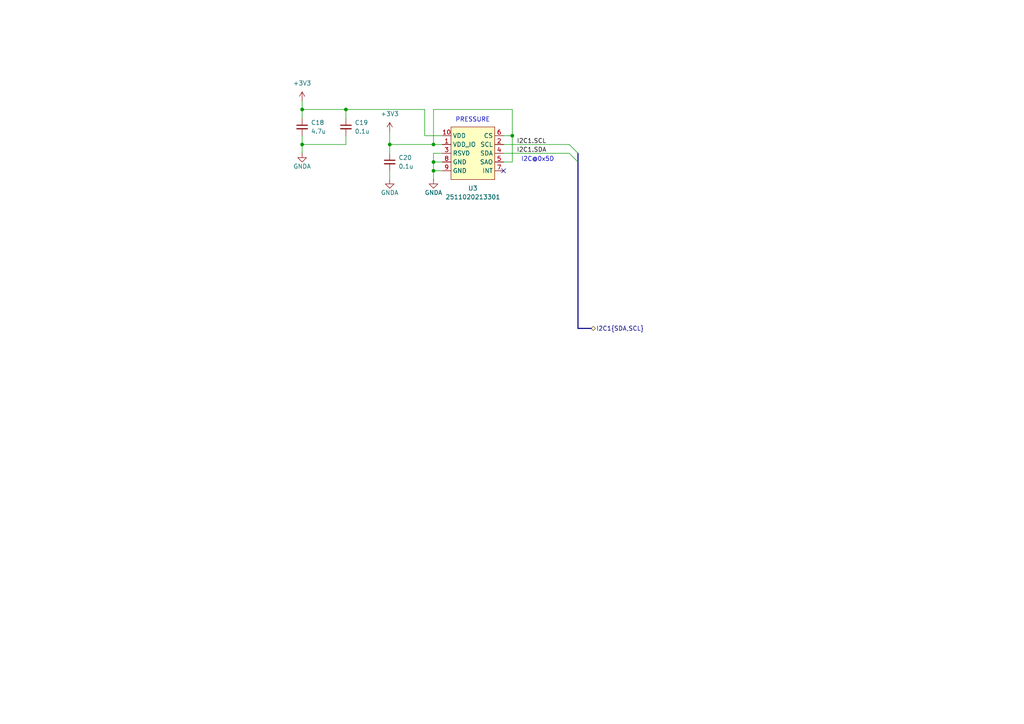
<source format=kicad_sch>
(kicad_sch (version 20250114) (generator "eeschema") (generator_version "9.0")
  (paper "A4")
  (title_block (date "2025-07-11") (rev "V1.0") (company "Taipei Tech Racing") (comment 1 "design by Chen"))
  (lib_symbols
    (symbol "Device:C_Small" (pin_numbers (hide yes)) (pin_names (offset 0.254) (hide yes))
      (property "Reference" "C" (at 0.254 1.778 0))
      (property "Value" "C_Small" (at 0.254 -2.032 0))
      (symbol "C_Small_0_1"
        (polyline (pts (xy -1.524 0.508) (xy 1.524 0.508)) (stroke (width 0.3048)))
        (polyline (pts (xy -1.524 -0.508) (xy 1.524 -0.508)) (stroke (width 0.3302)))
      )
      (symbol "C_Small_1_1"
        (pin passive line (at 0 2.54 270) (length 2.032) (name "~") (number "1"))
        (pin passive line (at 0 -2.54 90) (length 2.032) (name "~") (number "2"))
      )
    )
    (symbol "TTR:2511020213301"
      (property "Reference" "U" (at 0 11.43 0))
      (property "Value" "2511020213301" (at 0 8.89 0))
      (symbol "2511020213301_0_0"
        (pin power_in line (at -8.89 5.08 0) (length 2.54) (name "VDD") (number "10"))
        (pin power_in line (at -8.89 2.54 0) (length 2.54) (name "VDD_IO") (number "1"))
        (pin input line (at -8.89 0 0) (length 2.54) (name "RSVD") (number "3"))
        (pin input line (at -8.89 -2.54 0) (length 2.54) (name "GND") (number "8"))
        (pin input line (at -8.89 -5.08 0) (length 2.54) (name "GND") (number "9"))
        (pin input line (at 8.89 5.08 180) (length 2.54) (name "CS") (number "6"))
        (pin input line (at 8.89 2.54 180) (length 2.54) (name "SCL") (number "2"))
        (pin bidirectional line (at 8.89 0 180) (length 2.54) (name "SDA") (number "4"))
        (pin bidirectional line (at 8.89 -2.54 180) (length 2.54) (name "SAO") (number "5"))
        (pin bidirectional line (at 8.89 -5.08 180) (length 2.54) (name "INT") (number "7"))
      )
      (symbol "2511020213301_1_1"
        (rectangle (start -6.35 7.62) (end 6.35 -7.62) (fill (type background)))
      )
    )
    (symbol "power:+3V3" (power) (pin_numbers (hide yes)) (pin_names (offset 0) (hide yes))
      (property "Value" "+3V3" (at 0 3.556 0))
      (symbol "+3V3_0_1"
        (polyline (pts (xy -0.762 1.27) (xy 0 2.54)))
        (polyline (pts (xy 0 2.54) (xy 0.762 1.27)))
        (polyline (pts (xy 0 0) (xy 0 2.54)))
      )
      (symbol "+3V3_1_1"
        (pin power_in line (at 0 0 90) (length 0) (name "~") (number "1"))
      )
    )
    (symbol "power:GNDA" (power) (pin_numbers (hide yes)) (pin_names (offset 0) (hide yes))
      (property "Value" "GNDA" (at 0 -3.81 0))
      (symbol "GNDA_0_1"
        (polyline (pts (xy 0 0) (xy 0 -1.27) (xy 1.27 -1.27) (xy 0 -2.54) (xy -1.27 -1.27) (xy 0 -1.27)))
      )
      (symbol "GNDA_1_1"
        (pin power_in line (at 0 0 270) (length 0) (name "~") (number "1"))
      )
    )
  )
  (text "PRESSURE" (at 132.08 35.56 0) (effects (font (size 1.27 1.27)) (justify left bottom)))
  (text "I2C@0x5D" (at 151.13 46.99 0) (effects (font (size 1.27 1.27)) (justify left bottom)))
  (junction (at 125.73 46.99))
  (junction (at 125.73 49.53))
  (junction (at 100.33 31.75))
  (junction (at 125.73 41.91))
  (junction (at 87.63 31.75))
  (junction (at 87.63 41.91))
  (junction (at 113.03 41.91))
  (junction (at 148.59 39.37))
  (no_connect (at 146.05 49.53))
  (bus_entry (at 165.1 44.45) (size 2.54 2.54))
  (bus_entry (at 165.1 41.91) (size 2.54 2.54))
  (wire (pts (xy 87.63 41.91) (xy 87.63 44.45)))
  (wire (pts (xy 100.33 41.91) (xy 100.33 39.37)))
  (wire (pts (xy 113.03 38.1) (xy 113.03 41.91)))
  (wire (pts (xy 87.63 29.21) (xy 87.63 31.75)))
  (wire (pts (xy 100.33 31.75) (xy 100.33 34.29)))
  (wire (pts (xy 113.03 41.91) (xy 113.03 44.45)))
  (wire (pts (xy 146.05 46.99) (xy 148.59 46.99)))
  (wire (pts (xy 125.73 41.91) (xy 125.73 31.75)))
  (wire (pts (xy 128.27 44.45) (xy 125.73 44.45)))
  (bus (pts (xy 167.64 44.45) (xy 167.64 46.99)))
  (wire (pts (xy 125.73 31.75) (xy 148.59 31.75)))
  (wire (pts (xy 123.19 39.37) (xy 123.19 31.75)))
  (wire (pts (xy 125.73 46.99) (xy 125.73 49.53)))
  (wire (pts (xy 87.63 41.91) (xy 100.33 41.91)))
  (wire (pts (xy 148.59 31.75) (xy 148.59 39.37)))
  (wire (pts (xy 87.63 34.29) (xy 87.63 31.75)))
  (wire (pts (xy 148.59 46.99) (xy 148.59 39.37)))
  (wire (pts (xy 113.03 49.53) (xy 113.03 52.07)))
  (wire (pts (xy 128.27 41.91) (xy 125.73 41.91)))
  (wire (pts (xy 87.63 39.37) (xy 87.63 41.91)))
  (wire (pts (xy 148.59 39.37) (xy 146.05 39.37)))
  (wire (pts (xy 123.19 31.75) (xy 100.33 31.75)))
  (wire (pts (xy 87.63 31.75) (xy 100.33 31.75)))
  (wire (pts (xy 146.05 44.45) (xy 165.1 44.45)))
  (bus (pts (xy 171.45 95.25) (xy 167.64 95.25)))
  (wire (pts (xy 125.73 49.53) (xy 128.27 49.53)))
  (wire (pts (xy 125.73 49.53) (xy 125.73 52.07)))
  (wire (pts (xy 128.27 39.37) (xy 123.19 39.37)))
  (bus (pts (xy 167.64 95.25) (xy 167.64 46.99)))
  (wire (pts (xy 146.05 41.91) (xy 165.1 41.91)))
  (wire (pts (xy 125.73 46.99) (xy 128.27 46.99)))
  (wire (pts (xy 113.03 41.91) (xy 125.73 41.91)))
  (wire (pts (xy 125.73 44.45) (xy 125.73 46.99)))
  (label "I2C1.SCL" (at 149.86 41.91 0))
  (label "I2C1.SDA" (at 149.86 44.45 0))
  (hierarchical_label "I2C1{SDA,SCL}" (shape bidirectional) (at 171.45 95.25 0))
  (symbol (lib_id "power:+3V3") (at 87.63 29.21 0) (unit 1)
    (property "Reference" "#PWR022" (effects (hide yes)))
    (property "Value" "+3V3" (at 87.63 24.13 0))
    (property "Description" "Power symbol creates a global label with name \"+3V3\"" (effects (hide yes)))
  )
  (symbol (lib_id "TTR:2511020213301") (at 137.16 44.45 0) (unit 1)
    (property "Reference" "U3" (at 137.16 54.61 0))
    (property "Value" "2511020213301" (at 137.16 57.15 0))
    (property "Footprint" "TTR:2511020213301" (effects (hide yes)))
    (property "Datasheet" "https://www.we-online.com/components/products/manual/2511020213301_WSEN-PADS%202511020213301%20Manual_rev2.2.pdf" (effects (hide yes)))
    (property "Description" "WSEN-PADS Absolute Pressure Sensor" (effects (hide yes)))
    (property "WE" "2511020213301" (effects (hide yes)))
  )
  (symbol (lib_id "power:+3V3") (at 113.03 38.1 0) (unit 1)
    (property "Reference" "#PWR024" (effects (hide yes)))
    (property "Value" "+3V3" (at 113.03 33.02 0))
    (property "Description" "Power symbol creates a global label with name \"+3V3\"" (effects (hide yes)))
  )
  (symbol (lib_id "Device:C_Small") (at 113.03 46.99 0) (unit 1)
    (property "Reference" "C20" (at 115.57 45.7262 0) (effects (justify left)))
    (property "Value" "0.1u" (at 115.57 48.2662 0) (effects (justify left)))
    (property "Footprint" "Capacitor_SMD:C_0603_1608Metric" (effects (hide yes)))
    (property "Description" "Unpolarized capacitor, small symbol" (effects (hide yes)))
    (property "MOUSER" "80-C0603C104J3REAULR" (effects (hide yes)))
  )
  (symbol (lib_id "power:GNDA") (at 87.63 44.45 0) (unit 1)
    (property "Reference" "#PWR023" (effects (hide yes)))
    (property "Value" "GNDA" (at 87.63 48.26 0))
    (property "Description" "Power symbol creates a global label with name \"GNDA\" , analog ground" (effects (hide yes)))
  )
  (symbol (lib_id "Device:C_Small") (at 100.33 36.83 0) (unit 1)
    (property "Reference" "C19" (at 102.87 35.5662 0) (effects (justify left)))
    (property "Value" "0.1u" (at 102.87 38.1062 0) (effects (justify left)))
    (property "Footprint" "Capacitor_SMD:C_0603_1608Metric" (effects (hide yes)))
    (property "Description" "Unpolarized capacitor, small symbol" (effects (hide yes)))
    (property "MOUSER" "80-C0603C104J3REAULR" (effects (hide yes)))
  )
  (symbol (lib_id "power:GNDA") (at 125.73 52.07 0) (unit 1)
    (property "Reference" "#PWR026" (effects (hide yes)))
    (property "Value" "GNDA" (at 125.73 55.88 0))
    (property "Description" "Power symbol creates a global label with name \"GNDA\" , analog ground" (effects (hide yes)))
  )
  (symbol (lib_id "Device:C_Small") (at 87.63 36.83 0) (unit 1)
    (property "Reference" "C18" (at 90.17 35.56 0) (effects (justify left)))
    (property "Value" "4.7u" (at 90.17 38.1063 0) (effects (justify left)))
    (property "Footprint" "Capacitor_SMD:C_0603_1608Metric" (effects (hide yes)))
    (property "Description" "Unpolarized capacitor, small symbol" (effects (hide yes)))
    (property "MOUSER" "80-C0603C475K8P" (effects (hide yes)))
  )
  (symbol (lib_id "power:GNDA") (at 113.03 52.07 0) (unit 1)
    (property "Reference" "#PWR025" (effects (hide yes)))
    (property "Value" "GNDA" (at 113.03 55.88 0))
    (property "Description" "Power symbol creates a global label with name \"GNDA\" , analog ground" (effects (hide yes)))
  )
)
</source>
